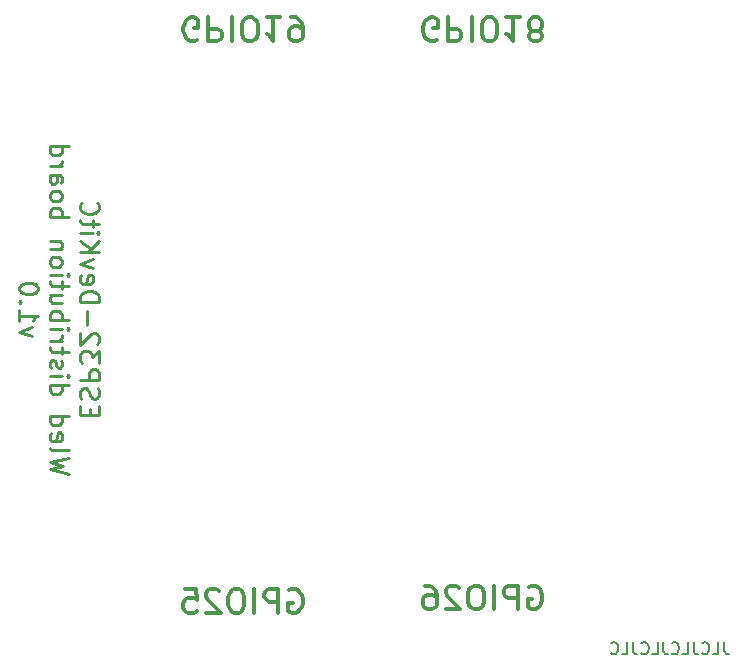
<source format=gbr>
%TF.GenerationSoftware,KiCad,Pcbnew,(6.0.0)*%
%TF.CreationDate,2022-09-21T16:06:09+02:00*%
%TF.ProjectId,ESP32_Wled_hub,45535033-325f-4576-9c65-645f6875622e,rev?*%
%TF.SameCoordinates,Original*%
%TF.FileFunction,Legend,Bot*%
%TF.FilePolarity,Positive*%
%FSLAX46Y46*%
G04 Gerber Fmt 4.6, Leading zero omitted, Abs format (unit mm)*
G04 Created by KiCad (PCBNEW (6.0.0)) date 2022-09-21 16:06:09*
%MOMM*%
%LPD*%
G01*
G04 APERTURE LIST*
%ADD10C,0.250000*%
%ADD11C,0.150000*%
%ADD12C,0.300000*%
G04 APERTURE END LIST*
D10*
X65800285Y-71952380D02*
X65800285Y-71419047D01*
X64962190Y-71190476D02*
X64962190Y-71952380D01*
X66562190Y-71952380D01*
X66562190Y-71190476D01*
X65038380Y-70580952D02*
X64962190Y-70352380D01*
X64962190Y-69971428D01*
X65038380Y-69819047D01*
X65114571Y-69742857D01*
X65266952Y-69666666D01*
X65419333Y-69666666D01*
X65571714Y-69742857D01*
X65647904Y-69819047D01*
X65724095Y-69971428D01*
X65800285Y-70276190D01*
X65876476Y-70428571D01*
X65952666Y-70504761D01*
X66105047Y-70580952D01*
X66257428Y-70580952D01*
X66409809Y-70504761D01*
X66486000Y-70428571D01*
X66562190Y-70276190D01*
X66562190Y-69895238D01*
X66486000Y-69666666D01*
X64962190Y-68980952D02*
X66562190Y-68980952D01*
X66562190Y-68371428D01*
X66486000Y-68219047D01*
X66409809Y-68142857D01*
X66257428Y-68066666D01*
X66028857Y-68066666D01*
X65876476Y-68142857D01*
X65800285Y-68219047D01*
X65724095Y-68371428D01*
X65724095Y-68980952D01*
X66562190Y-67533333D02*
X66562190Y-66542857D01*
X65952666Y-67076190D01*
X65952666Y-66847619D01*
X65876476Y-66695238D01*
X65800285Y-66619047D01*
X65647904Y-66542857D01*
X65266952Y-66542857D01*
X65114571Y-66619047D01*
X65038380Y-66695238D01*
X64962190Y-66847619D01*
X64962190Y-67304761D01*
X65038380Y-67457142D01*
X65114571Y-67533333D01*
X66409809Y-65933333D02*
X66486000Y-65857142D01*
X66562190Y-65704761D01*
X66562190Y-65323809D01*
X66486000Y-65171428D01*
X66409809Y-65095238D01*
X66257428Y-65019047D01*
X66105047Y-65019047D01*
X65876476Y-65095238D01*
X64962190Y-66009523D01*
X64962190Y-65019047D01*
X65571714Y-64333333D02*
X65571714Y-63114285D01*
X64962190Y-62352380D02*
X66562190Y-62352380D01*
X66562190Y-61971428D01*
X66486000Y-61742857D01*
X66333619Y-61590476D01*
X66181238Y-61514285D01*
X65876476Y-61438095D01*
X65647904Y-61438095D01*
X65343142Y-61514285D01*
X65190761Y-61590476D01*
X65038380Y-61742857D01*
X64962190Y-61971428D01*
X64962190Y-62352380D01*
X65038380Y-60142857D02*
X64962190Y-60295238D01*
X64962190Y-60600000D01*
X65038380Y-60752380D01*
X65190761Y-60828571D01*
X65800285Y-60828571D01*
X65952666Y-60752380D01*
X66028857Y-60600000D01*
X66028857Y-60295238D01*
X65952666Y-60142857D01*
X65800285Y-60066666D01*
X65647904Y-60066666D01*
X65495523Y-60828571D01*
X66028857Y-59533333D02*
X64962190Y-59152380D01*
X66028857Y-58771428D01*
X64962190Y-58161904D02*
X66562190Y-58161904D01*
X64962190Y-57247619D02*
X65876476Y-57933333D01*
X66562190Y-57247619D02*
X65647904Y-58161904D01*
X64962190Y-56561904D02*
X66028857Y-56561904D01*
X66562190Y-56561904D02*
X66486000Y-56638095D01*
X66409809Y-56561904D01*
X66486000Y-56485714D01*
X66562190Y-56561904D01*
X66409809Y-56561904D01*
X66028857Y-56028571D02*
X66028857Y-55419047D01*
X66562190Y-55800000D02*
X65190761Y-55800000D01*
X65038380Y-55723809D01*
X64962190Y-55571428D01*
X64962190Y-55419047D01*
X65114571Y-53971428D02*
X65038380Y-54047619D01*
X64962190Y-54276190D01*
X64962190Y-54428571D01*
X65038380Y-54657142D01*
X65190761Y-54809523D01*
X65343142Y-54885714D01*
X65647904Y-54961904D01*
X65876476Y-54961904D01*
X66181238Y-54885714D01*
X66333619Y-54809523D01*
X66486000Y-54657142D01*
X66562190Y-54428571D01*
X66562190Y-54276190D01*
X66486000Y-54047619D01*
X66409809Y-53971428D01*
X63986190Y-76942857D02*
X62386190Y-76561904D01*
X63529047Y-76257142D01*
X62386190Y-75952380D01*
X63986190Y-75571428D01*
X62386190Y-74733333D02*
X62462380Y-74885714D01*
X62614761Y-74961904D01*
X63986190Y-74961904D01*
X62462380Y-73514285D02*
X62386190Y-73666666D01*
X62386190Y-73971428D01*
X62462380Y-74123809D01*
X62614761Y-74200000D01*
X63224285Y-74200000D01*
X63376666Y-74123809D01*
X63452857Y-73971428D01*
X63452857Y-73666666D01*
X63376666Y-73514285D01*
X63224285Y-73438095D01*
X63071904Y-73438095D01*
X62919523Y-74200000D01*
X62386190Y-72066666D02*
X63986190Y-72066666D01*
X62462380Y-72066666D02*
X62386190Y-72219047D01*
X62386190Y-72523809D01*
X62462380Y-72676190D01*
X62538571Y-72752380D01*
X62690952Y-72828571D01*
X63148095Y-72828571D01*
X63300476Y-72752380D01*
X63376666Y-72676190D01*
X63452857Y-72523809D01*
X63452857Y-72219047D01*
X63376666Y-72066666D01*
X62386190Y-69400000D02*
X63986190Y-69400000D01*
X62462380Y-69400000D02*
X62386190Y-69552380D01*
X62386190Y-69857142D01*
X62462380Y-70009523D01*
X62538571Y-70085714D01*
X62690952Y-70161904D01*
X63148095Y-70161904D01*
X63300476Y-70085714D01*
X63376666Y-70009523D01*
X63452857Y-69857142D01*
X63452857Y-69552380D01*
X63376666Y-69400000D01*
X62386190Y-68638095D02*
X63452857Y-68638095D01*
X63986190Y-68638095D02*
X63910000Y-68714285D01*
X63833809Y-68638095D01*
X63910000Y-68561904D01*
X63986190Y-68638095D01*
X63833809Y-68638095D01*
X62462380Y-67952380D02*
X62386190Y-67800000D01*
X62386190Y-67495238D01*
X62462380Y-67342857D01*
X62614761Y-67266666D01*
X62690952Y-67266666D01*
X62843333Y-67342857D01*
X62919523Y-67495238D01*
X62919523Y-67723809D01*
X62995714Y-67876190D01*
X63148095Y-67952380D01*
X63224285Y-67952380D01*
X63376666Y-67876190D01*
X63452857Y-67723809D01*
X63452857Y-67495238D01*
X63376666Y-67342857D01*
X63452857Y-66809523D02*
X63452857Y-66200000D01*
X63986190Y-66580952D02*
X62614761Y-66580952D01*
X62462380Y-66504761D01*
X62386190Y-66352380D01*
X62386190Y-66200000D01*
X62386190Y-65666666D02*
X63452857Y-65666666D01*
X63148095Y-65666666D02*
X63300476Y-65590476D01*
X63376666Y-65514285D01*
X63452857Y-65361904D01*
X63452857Y-65209523D01*
X62386190Y-64676190D02*
X63452857Y-64676190D01*
X63986190Y-64676190D02*
X63910000Y-64752380D01*
X63833809Y-64676190D01*
X63910000Y-64600000D01*
X63986190Y-64676190D01*
X63833809Y-64676190D01*
X62386190Y-63914285D02*
X63986190Y-63914285D01*
X63376666Y-63914285D02*
X63452857Y-63761904D01*
X63452857Y-63457142D01*
X63376666Y-63304761D01*
X63300476Y-63228571D01*
X63148095Y-63152380D01*
X62690952Y-63152380D01*
X62538571Y-63228571D01*
X62462380Y-63304761D01*
X62386190Y-63457142D01*
X62386190Y-63761904D01*
X62462380Y-63914285D01*
X63452857Y-61780952D02*
X62386190Y-61780952D01*
X63452857Y-62466666D02*
X62614761Y-62466666D01*
X62462380Y-62390476D01*
X62386190Y-62238095D01*
X62386190Y-62009523D01*
X62462380Y-61857142D01*
X62538571Y-61780952D01*
X63452857Y-61247619D02*
X63452857Y-60638095D01*
X63986190Y-61019047D02*
X62614761Y-61019047D01*
X62462380Y-60942857D01*
X62386190Y-60790476D01*
X62386190Y-60638095D01*
X62386190Y-60104761D02*
X63452857Y-60104761D01*
X63986190Y-60104761D02*
X63910000Y-60180952D01*
X63833809Y-60104761D01*
X63910000Y-60028571D01*
X63986190Y-60104761D01*
X63833809Y-60104761D01*
X62386190Y-59114285D02*
X62462380Y-59266666D01*
X62538571Y-59342857D01*
X62690952Y-59419047D01*
X63148095Y-59419047D01*
X63300476Y-59342857D01*
X63376666Y-59266666D01*
X63452857Y-59114285D01*
X63452857Y-58885714D01*
X63376666Y-58733333D01*
X63300476Y-58657142D01*
X63148095Y-58580952D01*
X62690952Y-58580952D01*
X62538571Y-58657142D01*
X62462380Y-58733333D01*
X62386190Y-58885714D01*
X62386190Y-59114285D01*
X63452857Y-57895238D02*
X62386190Y-57895238D01*
X63300476Y-57895238D02*
X63376666Y-57819047D01*
X63452857Y-57666666D01*
X63452857Y-57438095D01*
X63376666Y-57285714D01*
X63224285Y-57209523D01*
X62386190Y-57209523D01*
X62386190Y-55228571D02*
X63986190Y-55228571D01*
X63376666Y-55228571D02*
X63452857Y-55076190D01*
X63452857Y-54771428D01*
X63376666Y-54619047D01*
X63300476Y-54542857D01*
X63148095Y-54466666D01*
X62690952Y-54466666D01*
X62538571Y-54542857D01*
X62462380Y-54619047D01*
X62386190Y-54771428D01*
X62386190Y-55076190D01*
X62462380Y-55228571D01*
X62386190Y-53552380D02*
X62462380Y-53704761D01*
X62538571Y-53780952D01*
X62690952Y-53857142D01*
X63148095Y-53857142D01*
X63300476Y-53780952D01*
X63376666Y-53704761D01*
X63452857Y-53552380D01*
X63452857Y-53323809D01*
X63376666Y-53171428D01*
X63300476Y-53095238D01*
X63148095Y-53019047D01*
X62690952Y-53019047D01*
X62538571Y-53095238D01*
X62462380Y-53171428D01*
X62386190Y-53323809D01*
X62386190Y-53552380D01*
X62386190Y-51647619D02*
X63224285Y-51647619D01*
X63376666Y-51723809D01*
X63452857Y-51876190D01*
X63452857Y-52180952D01*
X63376666Y-52333333D01*
X62462380Y-51647619D02*
X62386190Y-51800000D01*
X62386190Y-52180952D01*
X62462380Y-52333333D01*
X62614761Y-52409523D01*
X62767142Y-52409523D01*
X62919523Y-52333333D01*
X62995714Y-52180952D01*
X62995714Y-51800000D01*
X63071904Y-51647619D01*
X62386190Y-50885714D02*
X63452857Y-50885714D01*
X63148095Y-50885714D02*
X63300476Y-50809523D01*
X63376666Y-50733333D01*
X63452857Y-50580952D01*
X63452857Y-50428571D01*
X62386190Y-49209523D02*
X63986190Y-49209523D01*
X62462380Y-49209523D02*
X62386190Y-49361904D01*
X62386190Y-49666666D01*
X62462380Y-49819047D01*
X62538571Y-49895238D01*
X62690952Y-49971428D01*
X63148095Y-49971428D01*
X63300476Y-49895238D01*
X63376666Y-49819047D01*
X63452857Y-49666666D01*
X63452857Y-49361904D01*
X63376666Y-49209523D01*
X60876857Y-65285714D02*
X59810190Y-64904761D01*
X60876857Y-64523809D01*
X59810190Y-63076190D02*
X59810190Y-63990476D01*
X59810190Y-63533333D02*
X61410190Y-63533333D01*
X61181619Y-63685714D01*
X61029238Y-63838095D01*
X60953047Y-63990476D01*
X59962571Y-62390476D02*
X59886380Y-62314285D01*
X59810190Y-62390476D01*
X59886380Y-62466666D01*
X59962571Y-62390476D01*
X59810190Y-62390476D01*
X61410190Y-61323809D02*
X61410190Y-61171428D01*
X61334000Y-61019047D01*
X61257809Y-60942857D01*
X61105428Y-60866666D01*
X60800666Y-60790476D01*
X60419714Y-60790476D01*
X60114952Y-60866666D01*
X59962571Y-60942857D01*
X59886380Y-61019047D01*
X59810190Y-61171428D01*
X59810190Y-61323809D01*
X59886380Y-61476190D01*
X59962571Y-61552380D01*
X60114952Y-61628571D01*
X60419714Y-61704761D01*
X60800666Y-61704761D01*
X61105428Y-61628571D01*
X61257809Y-61552380D01*
X61334000Y-61476190D01*
X61410190Y-61323809D01*
D11*
X119479047Y-91202380D02*
X119479047Y-91916666D01*
X119526666Y-92059523D01*
X119621904Y-92154761D01*
X119764761Y-92202380D01*
X119860000Y-92202380D01*
X118526666Y-92202380D02*
X119002857Y-92202380D01*
X119002857Y-91202380D01*
X117621904Y-92107142D02*
X117669523Y-92154761D01*
X117812380Y-92202380D01*
X117907619Y-92202380D01*
X118050476Y-92154761D01*
X118145714Y-92059523D01*
X118193333Y-91964285D01*
X118240952Y-91773809D01*
X118240952Y-91630952D01*
X118193333Y-91440476D01*
X118145714Y-91345238D01*
X118050476Y-91250000D01*
X117907619Y-91202380D01*
X117812380Y-91202380D01*
X117669523Y-91250000D01*
X117621904Y-91297619D01*
X116907619Y-91202380D02*
X116907619Y-91916666D01*
X116955238Y-92059523D01*
X117050476Y-92154761D01*
X117193333Y-92202380D01*
X117288571Y-92202380D01*
X115955238Y-92202380D02*
X116431428Y-92202380D01*
X116431428Y-91202380D01*
X115050476Y-92107142D02*
X115098095Y-92154761D01*
X115240952Y-92202380D01*
X115336190Y-92202380D01*
X115479047Y-92154761D01*
X115574285Y-92059523D01*
X115621904Y-91964285D01*
X115669523Y-91773809D01*
X115669523Y-91630952D01*
X115621904Y-91440476D01*
X115574285Y-91345238D01*
X115479047Y-91250000D01*
X115336190Y-91202380D01*
X115240952Y-91202380D01*
X115098095Y-91250000D01*
X115050476Y-91297619D01*
X114336190Y-91202380D02*
X114336190Y-91916666D01*
X114383809Y-92059523D01*
X114479047Y-92154761D01*
X114621904Y-92202380D01*
X114717142Y-92202380D01*
X113383809Y-92202380D02*
X113860000Y-92202380D01*
X113860000Y-91202380D01*
X112479047Y-92107142D02*
X112526666Y-92154761D01*
X112669523Y-92202380D01*
X112764761Y-92202380D01*
X112907619Y-92154761D01*
X113002857Y-92059523D01*
X113050476Y-91964285D01*
X113098095Y-91773809D01*
X113098095Y-91630952D01*
X113050476Y-91440476D01*
X113002857Y-91345238D01*
X112907619Y-91250000D01*
X112764761Y-91202380D01*
X112669523Y-91202380D01*
X112526666Y-91250000D01*
X112479047Y-91297619D01*
X111764761Y-91202380D02*
X111764761Y-91916666D01*
X111812380Y-92059523D01*
X111907619Y-92154761D01*
X112050476Y-92202380D01*
X112145714Y-92202380D01*
X110812380Y-92202380D02*
X111288571Y-92202380D01*
X111288571Y-91202380D01*
X109907619Y-92107142D02*
X109955238Y-92154761D01*
X110098095Y-92202380D01*
X110193333Y-92202380D01*
X110336190Y-92154761D01*
X110431428Y-92059523D01*
X110479047Y-91964285D01*
X110526666Y-91773809D01*
X110526666Y-91630952D01*
X110479047Y-91440476D01*
X110431428Y-91345238D01*
X110336190Y-91250000D01*
X110193333Y-91202380D01*
X110098095Y-91202380D01*
X109955238Y-91250000D01*
X109907619Y-91297619D01*
D12*
X95155238Y-40200000D02*
X94964761Y-40295238D01*
X94679047Y-40295238D01*
X94393333Y-40200000D01*
X94202857Y-40009523D01*
X94107619Y-39819047D01*
X94012380Y-39438095D01*
X94012380Y-39152380D01*
X94107619Y-38771428D01*
X94202857Y-38580952D01*
X94393333Y-38390476D01*
X94679047Y-38295238D01*
X94869523Y-38295238D01*
X95155238Y-38390476D01*
X95250476Y-38485714D01*
X95250476Y-39152380D01*
X94869523Y-39152380D01*
X96107619Y-38295238D02*
X96107619Y-40295238D01*
X96869523Y-40295238D01*
X97060000Y-40200000D01*
X97155238Y-40104761D01*
X97250476Y-39914285D01*
X97250476Y-39628571D01*
X97155238Y-39438095D01*
X97060000Y-39342857D01*
X96869523Y-39247619D01*
X96107619Y-39247619D01*
X98107619Y-38295238D02*
X98107619Y-40295238D01*
X99440952Y-40295238D02*
X99821904Y-40295238D01*
X100012380Y-40200000D01*
X100202857Y-40009523D01*
X100298095Y-39628571D01*
X100298095Y-38961904D01*
X100202857Y-38580952D01*
X100012380Y-38390476D01*
X99821904Y-38295238D01*
X99440952Y-38295238D01*
X99250476Y-38390476D01*
X99060000Y-38580952D01*
X98964761Y-38961904D01*
X98964761Y-39628571D01*
X99060000Y-40009523D01*
X99250476Y-40200000D01*
X99440952Y-40295238D01*
X102202857Y-38295238D02*
X101060000Y-38295238D01*
X101631428Y-38295238D02*
X101631428Y-40295238D01*
X101440952Y-40009523D01*
X101250476Y-39819047D01*
X101060000Y-39723809D01*
X103345714Y-39438095D02*
X103155238Y-39533333D01*
X103060000Y-39628571D01*
X102964761Y-39819047D01*
X102964761Y-39914285D01*
X103060000Y-40104761D01*
X103155238Y-40200000D01*
X103345714Y-40295238D01*
X103726666Y-40295238D01*
X103917142Y-40200000D01*
X104012380Y-40104761D01*
X104107619Y-39914285D01*
X104107619Y-39819047D01*
X104012380Y-39628571D01*
X103917142Y-39533333D01*
X103726666Y-39438095D01*
X103345714Y-39438095D01*
X103155238Y-39342857D01*
X103060000Y-39247619D01*
X102964761Y-39057142D01*
X102964761Y-38676190D01*
X103060000Y-38485714D01*
X103155238Y-38390476D01*
X103345714Y-38295238D01*
X103726666Y-38295238D01*
X103917142Y-38390476D01*
X104012380Y-38485714D01*
X104107619Y-38676190D01*
X104107619Y-39057142D01*
X104012380Y-39247619D01*
X103917142Y-39342857D01*
X103726666Y-39438095D01*
X82664761Y-86800000D02*
X82855238Y-86704761D01*
X83140952Y-86704761D01*
X83426666Y-86800000D01*
X83617142Y-86990476D01*
X83712380Y-87180952D01*
X83807619Y-87561904D01*
X83807619Y-87847619D01*
X83712380Y-88228571D01*
X83617142Y-88419047D01*
X83426666Y-88609523D01*
X83140952Y-88704761D01*
X82950476Y-88704761D01*
X82664761Y-88609523D01*
X82569523Y-88514285D01*
X82569523Y-87847619D01*
X82950476Y-87847619D01*
X81712380Y-88704761D02*
X81712380Y-86704761D01*
X80950476Y-86704761D01*
X80760000Y-86800000D01*
X80664761Y-86895238D01*
X80569523Y-87085714D01*
X80569523Y-87371428D01*
X80664761Y-87561904D01*
X80760000Y-87657142D01*
X80950476Y-87752380D01*
X81712380Y-87752380D01*
X79712380Y-88704761D02*
X79712380Y-86704761D01*
X78379047Y-86704761D02*
X77998095Y-86704761D01*
X77807619Y-86800000D01*
X77617142Y-86990476D01*
X77521904Y-87371428D01*
X77521904Y-88038095D01*
X77617142Y-88419047D01*
X77807619Y-88609523D01*
X77998095Y-88704761D01*
X78379047Y-88704761D01*
X78569523Y-88609523D01*
X78760000Y-88419047D01*
X78855238Y-88038095D01*
X78855238Y-87371428D01*
X78760000Y-86990476D01*
X78569523Y-86800000D01*
X78379047Y-86704761D01*
X76760000Y-86895238D02*
X76664761Y-86800000D01*
X76474285Y-86704761D01*
X75998095Y-86704761D01*
X75807619Y-86800000D01*
X75712380Y-86895238D01*
X75617142Y-87085714D01*
X75617142Y-87276190D01*
X75712380Y-87561904D01*
X76855238Y-88704761D01*
X75617142Y-88704761D01*
X73807619Y-86704761D02*
X74760000Y-86704761D01*
X74855238Y-87657142D01*
X74760000Y-87561904D01*
X74569523Y-87466666D01*
X74093333Y-87466666D01*
X73902857Y-87561904D01*
X73807619Y-87657142D01*
X73712380Y-87847619D01*
X73712380Y-88323809D01*
X73807619Y-88514285D01*
X73902857Y-88609523D01*
X74093333Y-88704761D01*
X74569523Y-88704761D01*
X74760000Y-88609523D01*
X74855238Y-88514285D01*
X74855238Y-40200000D02*
X74664761Y-40295238D01*
X74379047Y-40295238D01*
X74093333Y-40200000D01*
X73902857Y-40009523D01*
X73807619Y-39819047D01*
X73712380Y-39438095D01*
X73712380Y-39152380D01*
X73807619Y-38771428D01*
X73902857Y-38580952D01*
X74093333Y-38390476D01*
X74379047Y-38295238D01*
X74569523Y-38295238D01*
X74855238Y-38390476D01*
X74950476Y-38485714D01*
X74950476Y-39152380D01*
X74569523Y-39152380D01*
X75807619Y-38295238D02*
X75807619Y-40295238D01*
X76569523Y-40295238D01*
X76760000Y-40200000D01*
X76855238Y-40104761D01*
X76950476Y-39914285D01*
X76950476Y-39628571D01*
X76855238Y-39438095D01*
X76760000Y-39342857D01*
X76569523Y-39247619D01*
X75807619Y-39247619D01*
X77807619Y-38295238D02*
X77807619Y-40295238D01*
X79140952Y-40295238D02*
X79521904Y-40295238D01*
X79712380Y-40200000D01*
X79902857Y-40009523D01*
X79998095Y-39628571D01*
X79998095Y-38961904D01*
X79902857Y-38580952D01*
X79712380Y-38390476D01*
X79521904Y-38295238D01*
X79140952Y-38295238D01*
X78950476Y-38390476D01*
X78760000Y-38580952D01*
X78664761Y-38961904D01*
X78664761Y-39628571D01*
X78760000Y-40009523D01*
X78950476Y-40200000D01*
X79140952Y-40295238D01*
X81902857Y-38295238D02*
X80760000Y-38295238D01*
X81331428Y-38295238D02*
X81331428Y-40295238D01*
X81140952Y-40009523D01*
X80950476Y-39819047D01*
X80760000Y-39723809D01*
X82855238Y-38295238D02*
X83236190Y-38295238D01*
X83426666Y-38390476D01*
X83521904Y-38485714D01*
X83712380Y-38771428D01*
X83807619Y-39152380D01*
X83807619Y-39914285D01*
X83712380Y-40104761D01*
X83617142Y-40200000D01*
X83426666Y-40295238D01*
X83045714Y-40295238D01*
X82855238Y-40200000D01*
X82760000Y-40104761D01*
X82664761Y-39914285D01*
X82664761Y-39438095D01*
X82760000Y-39247619D01*
X82855238Y-39152380D01*
X83045714Y-39057142D01*
X83426666Y-39057142D01*
X83617142Y-39152380D01*
X83712380Y-39247619D01*
X83807619Y-39438095D01*
X102964761Y-86500000D02*
X103155238Y-86404761D01*
X103440952Y-86404761D01*
X103726666Y-86500000D01*
X103917142Y-86690476D01*
X104012380Y-86880952D01*
X104107619Y-87261904D01*
X104107619Y-87547619D01*
X104012380Y-87928571D01*
X103917142Y-88119047D01*
X103726666Y-88309523D01*
X103440952Y-88404761D01*
X103250476Y-88404761D01*
X102964761Y-88309523D01*
X102869523Y-88214285D01*
X102869523Y-87547619D01*
X103250476Y-87547619D01*
X102012380Y-88404761D02*
X102012380Y-86404761D01*
X101250476Y-86404761D01*
X101060000Y-86500000D01*
X100964761Y-86595238D01*
X100869523Y-86785714D01*
X100869523Y-87071428D01*
X100964761Y-87261904D01*
X101060000Y-87357142D01*
X101250476Y-87452380D01*
X102012380Y-87452380D01*
X100012380Y-88404761D02*
X100012380Y-86404761D01*
X98679047Y-86404761D02*
X98298095Y-86404761D01*
X98107619Y-86500000D01*
X97917142Y-86690476D01*
X97821904Y-87071428D01*
X97821904Y-87738095D01*
X97917142Y-88119047D01*
X98107619Y-88309523D01*
X98298095Y-88404761D01*
X98679047Y-88404761D01*
X98869523Y-88309523D01*
X99060000Y-88119047D01*
X99155238Y-87738095D01*
X99155238Y-87071428D01*
X99060000Y-86690476D01*
X98869523Y-86500000D01*
X98679047Y-86404761D01*
X97060000Y-86595238D02*
X96964761Y-86500000D01*
X96774285Y-86404761D01*
X96298095Y-86404761D01*
X96107619Y-86500000D01*
X96012380Y-86595238D01*
X95917142Y-86785714D01*
X95917142Y-86976190D01*
X96012380Y-87261904D01*
X97155238Y-88404761D01*
X95917142Y-88404761D01*
X94202857Y-86404761D02*
X94583809Y-86404761D01*
X94774285Y-86500000D01*
X94869523Y-86595238D01*
X95060000Y-86880952D01*
X95155238Y-87261904D01*
X95155238Y-88023809D01*
X95060000Y-88214285D01*
X94964761Y-88309523D01*
X94774285Y-88404761D01*
X94393333Y-88404761D01*
X94202857Y-88309523D01*
X94107619Y-88214285D01*
X94012380Y-88023809D01*
X94012380Y-87547619D01*
X94107619Y-87357142D01*
X94202857Y-87261904D01*
X94393333Y-87166666D01*
X94774285Y-87166666D01*
X94964761Y-87261904D01*
X95060000Y-87357142D01*
X95155238Y-87547619D01*
M02*

</source>
